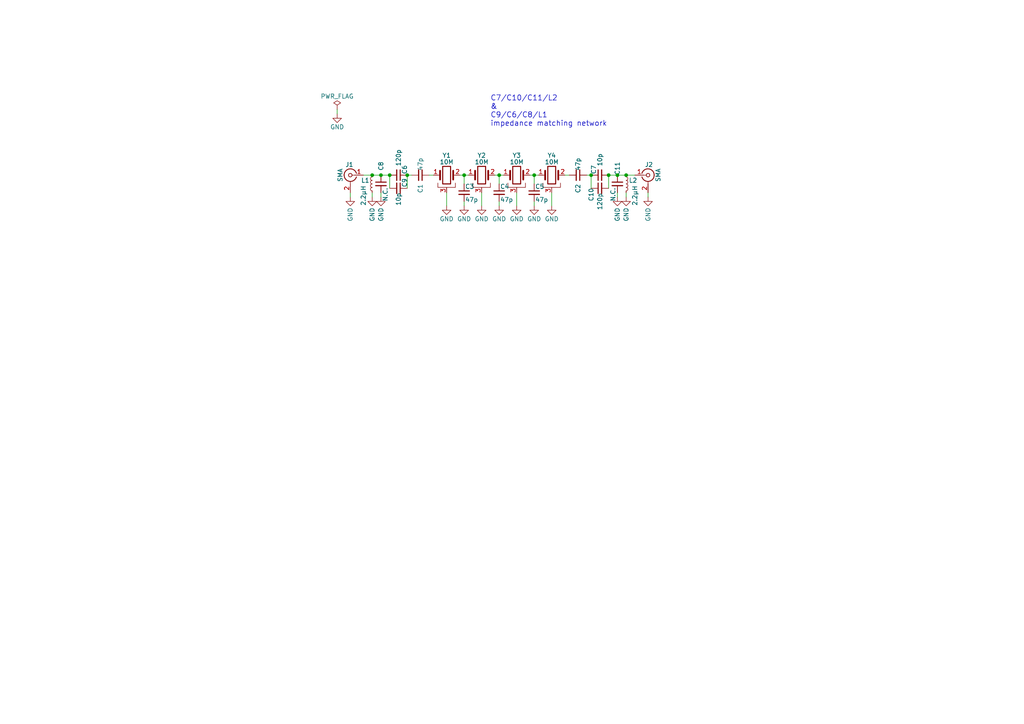
<source format=kicad_sch>
(kicad_sch (version 20230121) (generator eeschema)
  (paper "A4")
  (lib_symbols
    (symbol "xtal_filter-rescue:C_Small" (pin_numbers hide) (pin_names (offset 0.254) hide)
      (property "Reference" "C" (at 0.254 1.778 0))
      (property "Value" "C_Small" (at 0.254 -2.032 0))
      (symbol "C_Small_0_1"
        (polyline (pts (xy -1.524 -0.508) (xy 1.524 -0.508)) (stroke (width 0.3302)))
        (polyline (pts (xy -1.524 0.508) (xy 1.524 0.508)) (stroke (width 0.3048)))
      )
      (symbol "C_Small_1_1"
        (pin passive line (at 0 2.54 270) (length 2.032) (name "~") (number "1"))
        (pin passive line (at 0 -2.54 90) (length 2.032) (name "~") (number "2"))
      )
    )
    (symbol "xtal_filter-rescue:Conn_Coaxial" (pin_names (offset 1.016) hide)
      (property "Reference" "J" (at 0.254 3.048 0))
      (property "Value" "Conn_Coaxial" (at 2.921 0 90))
      (symbol "Conn_Coaxial_0_1"
        (arc (start -1.778 -0.508) (mid 0.2311 -1.8066) (end 1.778 0) (stroke (width 0.254)))
        (polyline (pts (xy -1.27 0) (xy -0.508 0)))
        (polyline (pts (xy 0 -2.54) (xy 0 -1.778)))
        (circle (center 0 0) (radius 0.508) (stroke (width 0.2032)))
        (arc (start 1.778 0) (mid 0.2099 1.8101) (end -1.778 0.508) (stroke (width 0.254)))
      )
      (symbol "Conn_Coaxial_1_1"
        (pin passive line (at -3.81 0 0) (length 2.54) (name "In") (number "1"))
        (pin passive line (at 0 -5.08 90) (length 2.54) (name "Ext") (number "2"))
      )
    )
    (symbol "xtal_filter-rescue:Crystal_GND3" (pin_names (offset 1.016) hide)
      (property "Reference" "Y" (at 0 5.715 0))
      (property "Value" "Crystal_GND3" (at 0 3.81 0))
      (symbol "Crystal_GND3_0_1"
        (rectangle (start -1.143 2.54) (end 1.143 -2.54) (stroke (width 0.3048)))
        (polyline (pts (xy -2.54 0) (xy -1.905 0)))
        (polyline (pts (xy -1.905 -1.27) (xy -1.905 1.27)) (stroke (width 0.508)))
        (polyline (pts (xy 0 -3.81) (xy 0 -3.556)))
        (polyline (pts (xy 1.905 0) (xy 2.54 0)))
        (polyline (pts (xy 1.905 1.27) (xy 1.905 -1.27)) (stroke (width 0.508)))
        (polyline (pts (xy -2.54 -2.286) (xy -2.54 -3.556) (xy 2.54 -3.556) (xy 2.54 -2.286)))
      )
      (symbol "Crystal_GND3_1_1"
        (pin passive line (at -3.81 0 0) (length 1.27) (name "1") (number "1"))
        (pin passive line (at 3.81 0 180) (length 1.27) (name "2") (number "2"))
        (pin passive line (at 0 -5.08 90) (length 1.27) (name "3") (number "3"))
      )
    )
    (symbol "xtal_filter-rescue:GND" (power) (pin_numbers hide) (pin_names (offset 0) hide)
      (property "Value" "GND" (at 0 -3.81 0))
      (symbol "GND_0_1"
        (polyline (pts (xy 0 0) (xy 0 -1.27) (xy 1.27 -1.27) (xy 0 -2.54) (xy -1.27 -1.27) (xy 0 -1.27)))
      )
      (symbol "GND_1_1"
        (pin power_in line (at 0 0 270) (length 0) hide (name "GND") (number "1"))
      )
    )
    (symbol "xtal_filter-rescue:L_Small" (pin_numbers hide) (pin_names (offset 0.254) hide)
      (property "Reference" "L" (at 0.762 1.016 0))
      (property "Value" "L_Small" (at 0.762 -1.016 0))
      (symbol "L_Small_0_1"
        (arc (start 0 -2.032) (mid 0.5058 -1.524) (end 0 -1.016))
        (arc (start 0 -1.016) (mid 0.5058 -0.508) (end 0 0))
        (arc (start 0 0) (mid 0.5058 0.508) (end 0 1.016))
        (arc (start 0 1.016) (mid 0.5058 1.524) (end 0 2.032))
      )
      (symbol "L_Small_1_1"
        (pin passive line (at 0 2.54 270) (length 0.508) (name "~") (number "1"))
        (pin passive line (at 0 -2.54 90) (length 0.508) (name "~") (number "2"))
      )
    )
    (symbol "xtal_filter-rescue:PWR_FLAG" (power) (pin_numbers hide) (pin_names (offset 0) hide)
      (property "Value" "PWR_FLAG" (at 0 3.81 0))
      (symbol "PWR_FLAG_0_0"
        (pin power_out line (at 0 0 90) (length 0) (name "pwr") (number "1"))
      )
      (symbol "PWR_FLAG_0_1"
        (polyline (pts (xy 0 0) (xy 0 1.27) (xy -1.016 1.905) (xy 0 2.54) (xy 1.016 1.905) (xy 0 1.27)))
      )
    )
  )
  (junction (at 181.61 50.8))
  (junction (at 118.11 50.8))
  (junction (at 113.03 50.8))
  (junction (at 176.53 50.8))
  (junction (at 110.49 50.8))
  (junction (at 154.94 50.8))
  (junction (at 171.45 50.8))
  (junction (at 107.95 50.8))
  (junction (at 179.07 50.8))
  (junction (at 144.78 50.8))
  (junction (at 134.62 50.8))
  (wire (pts (xy 113.03 50.8) (xy 110.49 50.8)))
  (wire (pts (xy 149.86 55.88) (xy 149.86 59.69)))
  (wire (pts (xy 187.96 55.88) (xy 187.96 57.15)))
  (wire (pts (xy 110.49 55.88) (xy 110.49 57.15)))
  (wire (pts (xy 118.11 50.8) (xy 119.38 50.8)))
  (wire (pts (xy 129.54 55.88) (xy 129.54 59.69)))
  (wire (pts (xy 107.95 50.8) (xy 105.41 50.8)))
  (wire (pts (xy 163.83 50.8) (xy 165.1 50.8)))
  (wire (pts (xy 179.07 55.88) (xy 179.07 57.15)))
  (wire (pts (xy 154.94 58.42) (xy 154.94 59.69)))
  (wire (pts (xy 176.53 50.8) (xy 176.53 54.61)))
  (wire (pts (xy 139.7 55.88) (xy 139.7 59.69)))
  (wire (pts (xy 154.94 53.34) (xy 154.94 50.8)))
  (wire (pts (xy 97.79 31.75) (xy 97.79 33.02)))
  (wire (pts (xy 110.49 50.8) (xy 107.95 50.8)))
  (wire (pts (xy 154.94 50.8) (xy 156.21 50.8)))
  (wire (pts (xy 113.03 50.8) (xy 113.03 54.61)))
  (wire (pts (xy 124.46 50.8) (xy 125.73 50.8)))
  (wire (pts (xy 176.53 50.8) (xy 179.07 50.8)))
  (wire (pts (xy 134.62 58.42) (xy 134.62 59.69)))
  (wire (pts (xy 179.07 50.8) (xy 181.61 50.8)))
  (wire (pts (xy 144.78 50.8) (xy 146.05 50.8)))
  (wire (pts (xy 107.95 55.88) (xy 107.95 57.15)))
  (wire (pts (xy 143.51 50.8) (xy 144.78 50.8)))
  (wire (pts (xy 181.61 50.8) (xy 184.15 50.8)))
  (wire (pts (xy 101.6 55.88) (xy 101.6 57.15)))
  (wire (pts (xy 118.11 50.8) (xy 118.11 54.61)))
  (wire (pts (xy 144.78 53.34) (xy 144.78 50.8)))
  (wire (pts (xy 144.78 58.42) (xy 144.78 59.69)))
  (wire (pts (xy 153.67 50.8) (xy 154.94 50.8)))
  (wire (pts (xy 133.35 50.8) (xy 134.62 50.8)))
  (wire (pts (xy 181.61 55.88) (xy 181.61 57.15)))
  (wire (pts (xy 134.62 53.34) (xy 134.62 50.8)))
  (wire (pts (xy 170.18 50.8) (xy 171.45 50.8)))
  (wire (pts (xy 171.45 50.8) (xy 171.45 54.61)))
  (wire (pts (xy 160.02 55.88) (xy 160.02 59.69)))
  (wire (pts (xy 134.62 50.8) (xy 135.89 50.8)))
  (text "C7/C10/C11/L2\n&\nC9/C6/C8/L1\nimpedance matching network\n" (at 142.24 36.83 0) (effects (font (size 1.524 1.524)) (justify left bottom)))
  (symbol (lib_id "xtal_filter-rescue:Conn_Coaxial") (at 187.96 50.8 0) (unit 1)
    (property "Reference" "J2" (at 188.214 47.752 0))
    (property "Value" "SMA" (at 190.881 50.8 90))
    (property "Footprint" "SMA_PINS:SMA_EDGE_NRW" (effects hide))
  )
  (symbol (lib_id "xtal_filter-rescue:C_Small") (at 167.64 50.8 270) (unit 1)
    (property "Reference" "C2" (at 167.64 53.34 0) (effects (justify left)))
    (property "Value" "47p" (at 167.64 45.72 0) (effects (justify left)))
    (property "Footprint" "Capacitor_SMD:C_0805_2012Metric_Pad1.15x1.50mm_HandSolder" (effects hide))
  )
  (symbol (lib_id "xtal_filter-rescue:C_Small") (at 121.92 50.8 270) (unit 1)
    (property "Reference" "C1" (at 121.92 53.34 0) (effects (justify left)))
    (property "Value" "47p" (at 121.92 45.72 0) (effects (justify left)))
    (property "Footprint" "Capacitor_SMD:C_0805_2012Metric_Pad1.15x1.50mm_HandSolder" (effects hide))
  )
  (symbol (lib_id "xtal_filter-rescue:Conn_Coaxial") (at 101.6 50.8 0) (mirror y) (unit 1)
    (property "Reference" "J1" (at 101.346 47.752 0))
    (property "Value" "SMA" (at 98.679 50.8 90))
    (property "Footprint" "SMA_PINS:SMA_EDGE_NRW" (effects hide))
  )
  (symbol (lib_id "xtal_filter-rescue:C_Small") (at 134.62 55.88 0) (unit 1)
    (property "Reference" "C3" (at 134.874 54.102 0) (effects (justify left)))
    (property "Value" "47p" (at 134.874 57.912 0) (effects (justify left)))
    (property "Footprint" "Capacitor_SMD:C_0805_2012Metric_Pad1.15x1.50mm_HandSolder" (effects hide))
  )
  (symbol (lib_id "xtal_filter-rescue:C_Small") (at 144.78 55.88 0) (unit 1)
    (property "Reference" "C4" (at 145.034 54.102 0) (effects (justify left)))
    (property "Value" "47p" (at 145.034 57.912 0) (effects (justify left)))
    (property "Footprint" "Capacitor_SMD:C_0805_2012Metric_Pad1.15x1.50mm_HandSolder" (effects hide))
  )
  (symbol (lib_id "xtal_filter-rescue:C_Small") (at 154.94 55.88 0) (unit 1)
    (property "Reference" "C5" (at 155.194 54.102 0) (effects (justify left)))
    (property "Value" "47p" (at 155.194 57.912 0) (effects (justify left)))
    (property "Footprint" "Capacitor_SMD:C_0805_2012Metric_Pad1.15x1.50mm_HandSolder" (effects hide))
  )
  (symbol (lib_id "xtal_filter-rescue:GND") (at 101.6 57.15 0) (unit 1)
    (property "Reference" "#PWR01" (effects hide))
    (property "Value" "GND" (at 101.6 62.23 90))
  )
  (symbol (lib_id "xtal_filter-rescue:GND") (at 187.96 57.15 0) (unit 1)
    (property "Reference" "#PWR02" (effects hide))
    (property "Value" "GND" (at 187.96 62.23 90))
  )
  (symbol (lib_id "xtal_filter-rescue:GND") (at 154.94 59.69 0) (unit 1)
    (property "Reference" "#PWR03" (effects hide))
    (property "Value" "GND" (at 154.94 63.5 0))
  )
  (symbol (lib_id "xtal_filter-rescue:GND") (at 144.78 59.69 0) (unit 1)
    (property "Reference" "#PWR04" (effects hide))
    (property "Value" "GND" (at 144.78 63.5 0))
  )
  (symbol (lib_id "xtal_filter-rescue:GND") (at 134.62 59.69 0) (unit 1)
    (property "Reference" "#PWR05" (effects hide))
    (property "Value" "GND" (at 134.62 63.5 0))
  )
  (symbol (lib_id "xtal_filter-rescue:GND") (at 160.02 59.69 0) (unit 1)
    (property "Reference" "#PWR06" (effects hide))
    (property "Value" "GND" (at 160.02 63.5 0))
  )
  (symbol (lib_id "xtal_filter-rescue:GND") (at 149.86 59.69 0) (unit 1)
    (property "Reference" "#PWR07" (effects hide))
    (property "Value" "GND" (at 149.86 63.5 0))
  )
  (symbol (lib_id "xtal_filter-rescue:Crystal_GND3") (at 129.54 50.8 0) (unit 1)
    (property "Reference" "Y1" (at 129.54 45.085 0))
    (property "Value" "10M" (at 129.54 46.99 0))
    (property "Footprint" "Crystal:Crystal_HC49-U-3Pin_Vertical" (effects hide))
  )
  (symbol (lib_id "xtal_filter-rescue:Crystal_GND3") (at 139.7 50.8 0) (unit 1)
    (property "Reference" "Y2" (at 139.7 45.085 0))
    (property "Value" "10M" (at 139.7 46.99 0))
    (property "Footprint" "Crystal:Crystal_HC49-U-3Pin_Vertical" (effects hide))
  )
  (symbol (lib_id "xtal_filter-rescue:Crystal_GND3") (at 160.02 50.8 0) (unit 1)
    (property "Reference" "Y4" (at 160.02 45.085 0))
    (property "Value" "10M" (at 160.02 46.99 0))
    (property "Footprint" "Crystal:Crystal_HC49-U-3Pin_Vertical" (effects hide))
  )
  (symbol (lib_id "xtal_filter-rescue:Crystal_GND3") (at 149.86 50.8 0) (unit 1)
    (property "Reference" "Y3" (at 149.86 45.085 0))
    (property "Value" "10M" (at 149.86 46.99 0))
    (property "Footprint" "Crystal:Crystal_HC49-U-3Pin_Vertical" (effects hide))
  )
  (symbol (lib_id "xtal_filter-rescue:GND") (at 129.54 59.69 0) (unit 1)
    (property "Reference" "#PWR08" (effects hide))
    (property "Value" "GND" (at 129.54 63.5 0))
  )
  (symbol (lib_id "xtal_filter-rescue:GND") (at 139.7 59.69 0) (unit 1)
    (property "Reference" "#PWR09" (effects hide))
    (property "Value" "GND" (at 139.7 63.5 0))
  )
  (symbol (lib_id "xtal_filter-rescue:GND") (at 97.79 33.02 0) (unit 1)
    (property "Reference" "#PWR010" (effects hide))
    (property "Value" "GND" (at 97.79 36.83 0))
  )
  (symbol (lib_id "xtal_filter-rescue:PWR_FLAG") (at 97.79 31.75 0) (unit 1)
    (property "Reference" "#FLG011" (effects hide))
    (property "Value" "PWR_FLAG" (at 97.79 27.94 0))
  )
  (symbol (lib_id "xtal_filter-rescue:L_Small") (at 181.61 53.34 0) (unit 1)
    (property "Reference" "L2" (at 182.372 52.324 0) (effects (justify left)))
    (property "Value" "2.2µH" (at 184.15 59.69 90) (effects (justify left)))
    (property "Footprint" "Capacitor_SMD:C_2220_5650Metric_Pad2.02x5.50mm_HandSolder" (effects hide))
  )
  (symbol (lib_id "xtal_filter-rescue:C_Small") (at 179.07 53.34 0) (unit 1)
    (property "Reference" "C11" (at 179.07 50.8 90) (effects (justify left)))
    (property "Value" "N.C." (at 177.8 58.42 90) (effects (justify left)))
    (property "Footprint" "Capacitor_SMD:C_1210_3225Metric_Pad1.24x2.70mm_HandSolder" (effects hide))
  )
  (symbol (lib_id "xtal_filter-rescue:C_Small") (at 173.99 54.61 90) (unit 1)
    (property "Reference" "C10" (at 171.45 58.42 0) (effects (justify left)))
    (property "Value" "120p" (at 173.99 60.96 0) (effects (justify left)))
    (property "Footprint" "Capacitor_SMD:C_2220_5650Metric_Pad2.02x5.50mm_HandSolder" (effects hide))
  )
  (symbol (lib_id "xtal_filter-rescue:C_Small") (at 173.99 50.8 90) (unit 1)
    (property "Reference" "C7" (at 172.212 50.546 0) (effects (justify left)))
    (property "Value" "10p" (at 173.99 48.26 0) (effects (justify left)))
    (property "Footprint" "Capacitor_SMD:C_1210_3225Metric_Pad1.24x2.70mm_HandSolder" (effects hide))
  )
  (symbol (lib_id "xtal_filter-rescue:GND") (at 181.61 57.15 0) (unit 1)
    (property "Reference" "#PWR012" (effects hide))
    (property "Value" "GND" (at 181.61 62.23 90))
  )
  (symbol (lib_id "xtal_filter-rescue:GND") (at 179.07 57.15 0) (unit 1)
    (property "Reference" "#PWR013" (effects hide))
    (property "Value" "GND" (at 179.07 62.23 90))
  )
  (symbol (lib_id "xtal_filter-rescue:L_Small") (at 107.95 53.34 0) (mirror y) (unit 1)
    (property "Reference" "L1" (at 107.188 52.324 0) (effects (justify left)))
    (property "Value" "2.2µH" (at 105.41 59.69 90) (effects (justify left)))
    (property "Footprint" "Capacitor_SMD:C_2220_5650Metric_Pad2.02x5.50mm_HandSolder" (effects hide))
  )
  (symbol (lib_id "xtal_filter-rescue:C_Small") (at 110.49 53.34 0) (mirror y) (unit 1)
    (property "Reference" "C8" (at 110.49 49.53 90) (effects (justify left)))
    (property "Value" "N.C." (at 111.76 58.42 90) (effects (justify left)))
    (property "Footprint" "Capacitor_SMD:C_1210_3225Metric_Pad1.24x2.70mm_HandSolder" (effects hide))
  )
  (symbol (lib_id "xtal_filter-rescue:C_Small") (at 115.57 54.61 270) (mirror x) (unit 1)
    (property "Reference" "C9" (at 117.348 54.356 0) (effects (justify left)))
    (property "Value" "10p" (at 115.57 59.69 0) (effects (justify left)))
    (property "Footprint" "Capacitor_SMD:C_2220_5650Metric_Pad2.02x5.50mm_HandSolder" (effects hide))
  )
  (symbol (lib_id "xtal_filter-rescue:C_Small") (at 115.57 50.8 270) (mirror x) (unit 1)
    (property "Reference" "C6" (at 117.348 50.546 0) (effects (justify left)))
    (property "Value" "120p" (at 115.57 48.26 0) (effects (justify left)))
    (property "Footprint" "Capacitor_SMD:C_1210_3225Metric_Pad1.24x2.70mm_HandSolder" (effects hide))
  )
  (symbol (lib_id "xtal_filter-rescue:GND") (at 107.95 57.15 0) (mirror y) (unit 1)
    (property "Reference" "#PWR014" (effects hide))
    (property "Value" "GND" (at 107.95 62.23 90))
  )
  (symbol (lib_id "xtal_filter-rescue:GND") (at 110.49 57.15 0) (mirror y) (unit 1)
    (property "Reference" "#PWR015" (effects hide))
    (property "Value" "GND" (at 110.49 62.23 90))
  )
)
</source>
